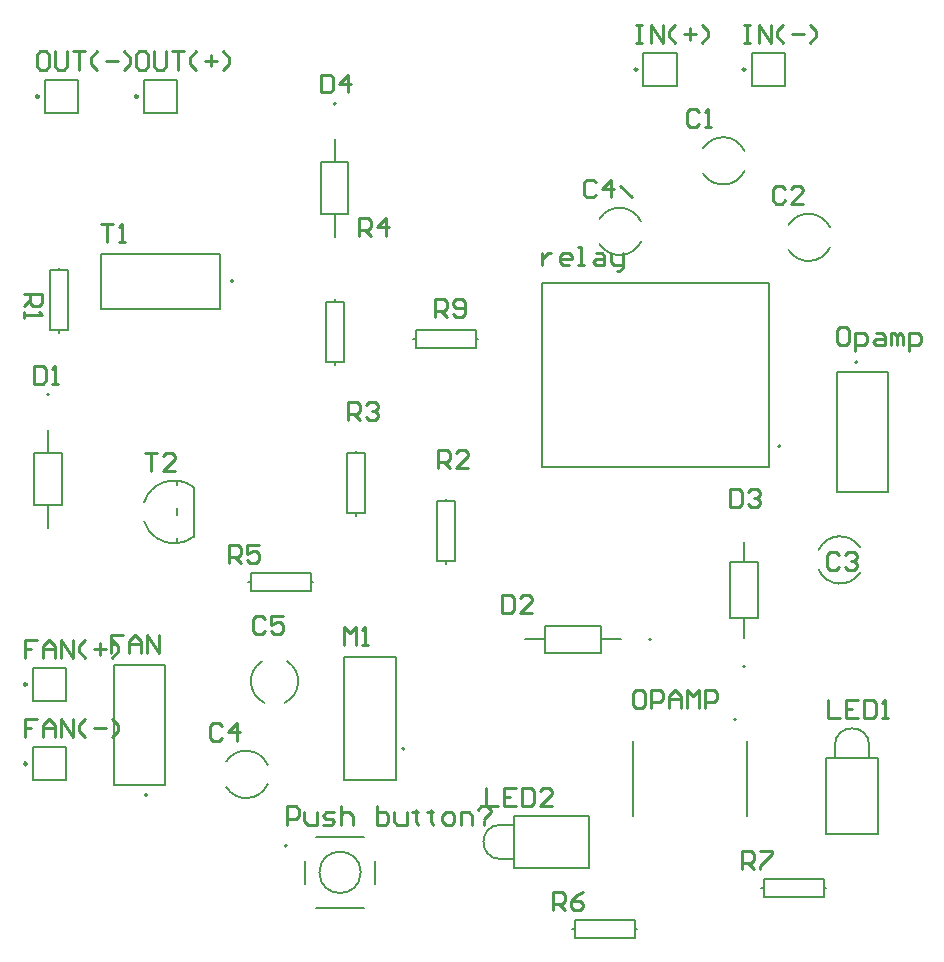
<source format=gto>
G04*
G04 #@! TF.GenerationSoftware,Altium Limited,Altium Designer,22.8.2 (66)*
G04*
G04 Layer_Color=65535*
%FSLAX42Y42*%
%MOMM*%
G71*
G04*
G04 #@! TF.SameCoordinates,BD579F3B-DF16-4DD5-93A6-3DDDDBFC9B40*
G04*
G04*
G04 #@! TF.FilePolarity,Positive*
G04*
G01*
G75*
%ADD10C,0.20*%
%ADD11C,0.25*%
%ADD12C,0.13*%
%ADD13C,0.25*%
D10*
X7598Y3892D02*
G03*
X7248Y3868I-169J-108D01*
G01*
Y3701D02*
G03*
X7598Y3677I182J83D01*
G01*
X6925Y4747D02*
G03*
X6925Y4747I-10J0D01*
G01*
X2291Y6147D02*
G03*
X2291Y6147I-10J0D01*
G01*
X6621Y7246D02*
G03*
X6270Y7270I-182J-83D01*
G01*
Y7055D02*
G03*
X6621Y7080I169J108D01*
G01*
X3160Y7647D02*
G03*
X3160Y7647I-10J0D01*
G01*
X734Y5183D02*
G03*
X734Y5183I-10J0D01*
G01*
X5829Y3111D02*
G03*
X5829Y3111I-10J0D01*
G01*
X7576Y5458D02*
G03*
X7576Y5458I-10J0D01*
G01*
X7345Y6598D02*
G03*
X6994Y6623I-182J-83D01*
G01*
Y6408D02*
G03*
X7345Y6432I169J108D01*
G01*
X6550Y2434D02*
G03*
X6550Y2434I-10J0D01*
G01*
X6627Y2881D02*
G03*
X6627Y2881I-10J0D01*
G01*
X5744Y6649D02*
G03*
X5394Y6673I-182J-83D01*
G01*
Y6458D02*
G03*
X5744Y6483I169J108D01*
G01*
X2725Y2574D02*
G03*
X2749Y2925I-83J182D01*
G01*
X2534D02*
G03*
X2558Y2574I108J-169D01*
G01*
X1563Y1794D02*
G03*
X1563Y1794I-10J0D01*
G01*
X3741Y2184D02*
G03*
X3741Y2184I-10J0D01*
G01*
X2748Y1364D02*
G03*
X2748Y1364I-10J0D01*
G01*
X2582Y2052D02*
G03*
X2232Y2076I-182J-83D01*
G01*
Y1861D02*
G03*
X2582Y1885I169J108D01*
G01*
X3150Y5438D02*
Y5461D01*
Y5969D02*
Y5992D01*
X3073Y5461D02*
X3150D01*
X3073D02*
Y5969D01*
X3226D01*
Y5461D02*
Y5969D01*
X3150Y5461D02*
X3226D01*
X4343Y5651D02*
X4366D01*
X3813D02*
X3835D01*
X4343Y5575D02*
Y5651D01*
X3835Y5575D02*
X4343D01*
X3835D02*
Y5728D01*
X4343D01*
Y5651D02*
Y5728D01*
X813Y5705D02*
Y5728D01*
Y6236D02*
Y6259D01*
X737Y5728D02*
X813D01*
X737D02*
Y6236D01*
X889D01*
Y5728D02*
Y6236D01*
X813Y5728D02*
X889D01*
X5765Y7797D02*
X6046D01*
X6046Y7797D02*
Y8078D01*
X5765D02*
X6046D01*
X5765Y7797D02*
Y8078D01*
X1536Y7569D02*
X1816D01*
X1816Y7569D02*
Y7849D01*
X1536D02*
X1816D01*
X1536Y7569D02*
Y7849D01*
X6680Y7797D02*
X6960D01*
X6960Y7797D02*
Y8078D01*
X6680D02*
X6960D01*
X6680Y7797D02*
Y8078D01*
X3251Y4686D02*
X3327D01*
X3251Y4178D02*
Y4686D01*
Y4178D02*
X3404D01*
Y4686D01*
X3327D02*
X3404D01*
X3327Y4155D02*
Y4178D01*
Y4686D02*
Y4709D01*
X2438Y3518D02*
Y3594D01*
Y3518D02*
X2946D01*
Y3670D01*
X2438D02*
X2946D01*
X2438Y3594D02*
Y3670D01*
X2946Y3594D02*
X2969D01*
X2416D02*
X2438D01*
X698Y7569D02*
X978D01*
X978Y7569D02*
Y7849D01*
X698D02*
X978D01*
X698Y7569D02*
Y7849D01*
X4089Y3772D02*
X4166D01*
Y4280D01*
X4013D02*
X4166D01*
X4013Y3772D02*
Y4280D01*
Y3772D02*
X4089D01*
Y4280D02*
Y4303D01*
Y3749D02*
Y3772D01*
X6782Y927D02*
Y1003D01*
Y927D02*
X7290D01*
Y1080D01*
X6782D02*
X7290D01*
X6782Y1003D02*
Y1080D01*
X7290Y1003D02*
X7313D01*
X6759D02*
X6782D01*
X5690Y660D02*
Y737D01*
X5182D02*
X5690D01*
X5182Y584D02*
Y737D01*
Y584D02*
X5690D01*
Y660D01*
X5159D02*
X5182D01*
X5690D02*
X5712D01*
X597Y2591D02*
X877D01*
X877Y2591D02*
Y2870D01*
X597D02*
X877D01*
X597Y2591D02*
Y2870D01*
Y1917D02*
X877D01*
X877Y1917D02*
Y2197D01*
X597D02*
X877D01*
X597Y1917D02*
Y2197D01*
D11*
X5713Y7938D02*
G03*
X5713Y7938I-12J0D01*
G01*
X1484Y7709D02*
G03*
X1484Y7709I-12J0D01*
G01*
X6627Y7938D02*
G03*
X6627Y7938I-12J0D01*
G01*
X646Y7709D02*
G03*
X646Y7709I-12J0D01*
G01*
X544Y2731D02*
G03*
X544Y2731I-12J0D01*
G01*
Y2057D02*
G03*
X544Y2057I-12J0D01*
G01*
D12*
X1814Y3925D02*
G03*
X1955Y3981I-23J266D01*
G01*
X1536Y4113D02*
G03*
X1814Y3925I255J78D01*
G01*
X1955Y4401D02*
G03*
X1536Y4269I-164J-210D01*
G01*
X7676Y2214D02*
G03*
X7386Y2214I-145J0D01*
G01*
X4555Y1542D02*
G03*
X4555Y1252I0J-145D01*
G01*
X3371Y1139D02*
G03*
X3371Y1139I-175J0D01*
G01*
X4905Y4567D02*
X6825D01*
X4905D02*
Y6127D01*
X6825D01*
Y4567D02*
Y6127D01*
X2181Y5907D02*
Y6377D01*
X1171D02*
X2181D01*
X1171Y5907D02*
Y6377D01*
Y5907D02*
X2181D01*
X1956Y3982D02*
Y4400D01*
X1816Y3926D02*
Y3966D01*
Y4162D02*
Y4220D01*
Y4416D02*
Y4456D01*
X3150Y7152D02*
Y7350D01*
Y6519D02*
Y6717D01*
Y7152D02*
X3265D01*
X3035D02*
X3150D01*
X3035Y6717D02*
Y7152D01*
Y6717D02*
X3150D01*
X3265D01*
Y7152D01*
X724Y4688D02*
Y4886D01*
Y4055D02*
Y4253D01*
Y4688D02*
X839D01*
X609D02*
X724D01*
X609Y4253D02*
Y4688D01*
Y4253D02*
X724D01*
X839D01*
Y4688D01*
X5404Y3111D02*
X5575D01*
X4762D02*
X4934D01*
X5404Y2994D02*
Y3111D01*
Y3229D01*
X4934D02*
X5404D01*
X4934Y3111D02*
Y3229D01*
Y2994D02*
Y3111D01*
Y2994D02*
X5404D01*
X7403Y5372D02*
X7838D01*
X7403Y4356D02*
Y5372D01*
Y4356D02*
X7838D01*
Y5372D01*
X7311Y1464D02*
X7751D01*
X7311D02*
Y2104D01*
X7751D01*
Y1464D02*
Y2104D01*
X7386D02*
Y2214D01*
X7676Y2104D02*
Y2214D01*
X6639Y1613D02*
Y2248D01*
X5680Y1613D02*
Y2248D01*
X6617Y3124D02*
Y3296D01*
Y3766D02*
Y3937D01*
X6499Y3296D02*
X6617D01*
X6734D01*
Y3766D01*
X6617D02*
X6734D01*
X6499D02*
X6617D01*
X6499Y3296D02*
Y3766D01*
X5305Y1177D02*
Y1617D01*
X4665Y1177D02*
X5305D01*
X4665D02*
Y1617D01*
X5305D01*
X4555Y1252D02*
X4665D01*
X4555Y1542D02*
X4665D01*
X1281Y1880D02*
X1716D01*
Y2896D01*
X1281D02*
X1716D01*
X1281Y1880D02*
Y2896D01*
X3227Y2959D02*
X3672D01*
Y1918D02*
Y2959D01*
X3227Y1918D02*
X3672D01*
X3227D02*
Y2959D01*
X2995Y1439D02*
X3395D01*
X3495Y1039D02*
Y1239D01*
X2995Y840D02*
X3395D01*
X2896Y1039D02*
Y1239D01*
D13*
X7417Y3823D02*
X7391Y3848D01*
X7341D01*
X7315Y3823D01*
Y3721D01*
X7341Y3696D01*
X7391D01*
X7417Y3721D01*
X7468Y3823D02*
X7493Y3848D01*
X7544D01*
X7569Y3823D01*
Y3797D01*
X7544Y3772D01*
X7518D01*
X7544D01*
X7569Y3747D01*
Y3721D01*
X7544Y3696D01*
X7493D01*
X7468Y3721D01*
X4902Y6383D02*
Y6281D01*
Y6332D01*
X4928Y6358D01*
X4953Y6383D01*
X4978D01*
X5131Y6281D02*
X5080D01*
X5055Y6307D01*
Y6358D01*
X5080Y6383D01*
X5131D01*
X5156Y6358D01*
Y6332D01*
X5055D01*
X5207Y6281D02*
X5258D01*
X5232D01*
Y6434D01*
X5207D01*
X5359Y6383D02*
X5410D01*
X5435Y6358D01*
Y6281D01*
X5359D01*
X5334Y6307D01*
X5359Y6332D01*
X5435D01*
X5486Y6383D02*
Y6307D01*
X5512Y6281D01*
X5588D01*
Y6256D01*
X5562Y6231D01*
X5537D01*
X5588Y6281D02*
Y6383D01*
X1542Y4691D02*
X1643D01*
X1593D01*
Y4539D01*
X1796D02*
X1694D01*
X1796Y4641D01*
Y4666D01*
X1770Y4691D01*
X1720D01*
X1694Y4666D01*
X1168Y6632D02*
X1270D01*
X1219D01*
Y6480D01*
X1321D02*
X1372D01*
X1346D01*
Y6632D01*
X1321Y6606D01*
X4001Y5842D02*
Y5994D01*
X4077D01*
X4102Y5969D01*
Y5918D01*
X4077Y5893D01*
X4001D01*
X4051D02*
X4102Y5842D01*
X4153Y5867D02*
X4178Y5842D01*
X4229D01*
X4254Y5867D01*
Y5969D01*
X4229Y5994D01*
X4178D01*
X4153Y5969D01*
Y5944D01*
X4178Y5918D01*
X4254D01*
X6599Y1166D02*
Y1318D01*
X6675D01*
X6700Y1293D01*
Y1242D01*
X6675Y1217D01*
X6599D01*
X6650D02*
X6700Y1166D01*
X6751Y1318D02*
X6853D01*
Y1293D01*
X6751Y1191D01*
Y1166D01*
X4999Y823D02*
Y975D01*
X5075D01*
X5100Y950D01*
Y899D01*
X5075Y874D01*
X4999D01*
X5050D02*
X5100Y823D01*
X5253Y975D02*
X5202Y950D01*
X5151Y899D01*
Y848D01*
X5176Y823D01*
X5227D01*
X5253Y848D01*
Y874D01*
X5227Y899D01*
X5151D01*
X2256Y3757D02*
Y3909D01*
X2332D01*
X2357Y3884D01*
Y3833D01*
X2332Y3807D01*
X2256D01*
X2306D02*
X2357Y3757D01*
X2509Y3909D02*
X2408D01*
Y3833D01*
X2459Y3858D01*
X2484D01*
X2509Y3833D01*
Y3782D01*
X2484Y3757D01*
X2433D01*
X2408Y3782D01*
X3353Y6528D02*
Y6680D01*
X3429D01*
X3454Y6655D01*
Y6604D01*
X3429Y6579D01*
X3353D01*
X3404D02*
X3454Y6528D01*
X3581D02*
Y6680D01*
X3505Y6604D01*
X3607D01*
X3266Y4971D02*
Y5123D01*
X3343D01*
X3368Y5098D01*
Y5047D01*
X3343Y5022D01*
X3266D01*
X3317D02*
X3368Y4971D01*
X3419Y5098D02*
X3444Y5123D01*
X3495D01*
X3520Y5098D01*
Y5072D01*
X3495Y5047D01*
X3470D01*
X3495D01*
X3520Y5022D01*
Y4996D01*
X3495Y4971D01*
X3444D01*
X3419Y4996D01*
X4028Y4564D02*
Y4717D01*
X4105D01*
X4130Y4691D01*
Y4641D01*
X4105Y4615D01*
X4028D01*
X4079D02*
X4130Y4564D01*
X4282D02*
X4181D01*
X4282Y4666D01*
Y4691D01*
X4257Y4717D01*
X4206D01*
X4181Y4691D01*
X521Y6032D02*
X673D01*
Y5956D01*
X648Y5931D01*
X597D01*
X572Y5956D01*
Y6032D01*
Y5982D02*
X521Y5931D01*
Y5880D02*
Y5829D01*
Y5855D01*
X673D01*
X648Y5880D01*
X2743Y1544D02*
Y1697D01*
X2819D01*
X2845Y1671D01*
Y1620D01*
X2819Y1595D01*
X2743D01*
X2895Y1646D02*
Y1570D01*
X2921Y1544D01*
X2997D01*
Y1646D01*
X3048Y1544D02*
X3124D01*
X3149Y1570D01*
X3124Y1595D01*
X3073D01*
X3048Y1620D01*
X3073Y1646D01*
X3149D01*
X3200Y1697D02*
Y1544D01*
Y1620D01*
X3225Y1646D01*
X3276D01*
X3302Y1620D01*
Y1544D01*
X3505Y1697D02*
Y1544D01*
X3581D01*
X3606Y1570D01*
Y1595D01*
Y1620D01*
X3581Y1646D01*
X3505D01*
X3657D02*
Y1570D01*
X3682Y1544D01*
X3759D01*
Y1646D01*
X3835Y1671D02*
Y1646D01*
X3809D01*
X3860D01*
X3835D01*
Y1570D01*
X3860Y1544D01*
X3962Y1671D02*
Y1646D01*
X3936D01*
X3987D01*
X3962D01*
Y1570D01*
X3987Y1544D01*
X4089D02*
X4140D01*
X4165Y1570D01*
Y1620D01*
X4140Y1646D01*
X4089D01*
X4063Y1620D01*
Y1570D01*
X4089Y1544D01*
X4216D02*
Y1646D01*
X4292D01*
X4317Y1620D01*
Y1544D01*
X4368Y1671D02*
X4393Y1697D01*
X4444D01*
X4470Y1671D01*
Y1646D01*
X4419Y1595D01*
Y1570D02*
Y1544D01*
X710Y8089D02*
X659D01*
X634Y8063D01*
Y7962D01*
X659Y7936D01*
X710D01*
X735Y7962D01*
Y8063D01*
X710Y8089D01*
X786D02*
Y7962D01*
X811Y7936D01*
X862D01*
X888Y7962D01*
Y8089D01*
X938D02*
X1040D01*
X989D01*
Y7936D01*
X1142D02*
X1091Y7987D01*
Y8038D01*
X1142Y8089D01*
X1218Y8012D02*
X1319D01*
X1370Y7936D02*
X1421Y7987D01*
Y8038D01*
X1370Y8089D01*
X1548D02*
X1497D01*
X1472Y8063D01*
Y7962D01*
X1497Y7936D01*
X1548D01*
X1573Y7962D01*
Y8063D01*
X1548Y8089D01*
X1624D02*
Y7962D01*
X1650Y7936D01*
X1700D01*
X1726Y7962D01*
Y8089D01*
X1777D02*
X1878D01*
X1827D01*
Y7936D01*
X1980D02*
X1929Y7987D01*
Y8038D01*
X1980Y8089D01*
X2056Y8012D02*
X2158D01*
X2107Y8063D02*
Y7962D01*
X2208Y7936D02*
X2259Y7987D01*
Y8038D01*
X2208Y8089D01*
X5753Y2682D02*
X5702D01*
X5677Y2657D01*
Y2555D01*
X5702Y2530D01*
X5753D01*
X5778Y2555D01*
Y2657D01*
X5753Y2682D01*
X5829Y2530D02*
Y2682D01*
X5905D01*
X5931Y2657D01*
Y2606D01*
X5905Y2581D01*
X5829D01*
X5982Y2530D02*
Y2631D01*
X6032Y2682D01*
X6083Y2631D01*
Y2530D01*
Y2606D01*
X5982D01*
X6134Y2530D02*
Y2682D01*
X6185Y2631D01*
X6236Y2682D01*
Y2530D01*
X6286D02*
Y2682D01*
X6362D01*
X6388Y2657D01*
Y2606D01*
X6362Y2581D01*
X6286D01*
X7477Y5758D02*
X7426D01*
X7401Y5733D01*
Y5631D01*
X7426Y5606D01*
X7477D01*
X7502Y5631D01*
Y5733D01*
X7477Y5758D01*
X7553Y5555D02*
Y5707D01*
X7629D01*
X7655Y5682D01*
Y5631D01*
X7629Y5606D01*
X7553D01*
X7731Y5707D02*
X7782D01*
X7807Y5682D01*
Y5606D01*
X7731D01*
X7706Y5631D01*
X7731Y5657D01*
X7807D01*
X7858Y5606D02*
Y5707D01*
X7883D01*
X7909Y5682D01*
Y5606D01*
Y5682D01*
X7934Y5707D01*
X7960Y5682D01*
Y5606D01*
X8010Y5555D02*
Y5707D01*
X8086D01*
X8112Y5682D01*
Y5631D01*
X8086Y5606D01*
X8010D01*
X3226Y3063D02*
Y3216D01*
X3277Y3165D01*
X3327Y3216D01*
Y3063D01*
X3378D02*
X3429D01*
X3404D01*
Y3216D01*
X3378Y3190D01*
X4430Y1852D02*
Y1699D01*
X4531D01*
X4684Y1852D02*
X4582D01*
Y1699D01*
X4684D01*
X4582Y1775D02*
X4633D01*
X4734Y1852D02*
Y1699D01*
X4811D01*
X4836Y1725D01*
Y1826D01*
X4811Y1852D01*
X4734D01*
X4988Y1699D02*
X4887D01*
X4988Y1801D01*
Y1826D01*
X4963Y1852D01*
X4912D01*
X4887Y1826D01*
X7329Y2595D02*
Y2442D01*
X7431D01*
X7583Y2595D02*
X7482D01*
Y2442D01*
X7583D01*
X7482Y2518D02*
X7532D01*
X7634Y2595D02*
Y2442D01*
X7710D01*
X7735Y2468D01*
Y2569D01*
X7710Y2595D01*
X7634D01*
X7786Y2442D02*
X7837D01*
X7812D01*
Y2595D01*
X7786Y2569D01*
X6615Y8317D02*
X6666D01*
X6641D01*
Y8165D01*
X6615D01*
X6666D01*
X6742D02*
Y8317D01*
X6844Y8165D01*
Y8317D01*
X6946Y8165D02*
X6895Y8216D01*
Y8266D01*
X6946Y8317D01*
X7022Y8241D02*
X7123D01*
X7174Y8165D02*
X7225Y8216D01*
Y8266D01*
X7174Y8317D01*
X5701D02*
X5752D01*
X5726D01*
Y8165D01*
X5701D01*
X5752D01*
X5828D02*
Y8317D01*
X5930Y8165D01*
Y8317D01*
X6031Y8165D02*
X5980Y8216D01*
Y8266D01*
X6031Y8317D01*
X6107Y8241D02*
X6209D01*
X6158Y8292D02*
Y8190D01*
X6260Y8165D02*
X6310Y8216D01*
Y8266D01*
X6260Y8317D01*
X1360Y3151D02*
X1259D01*
Y3075D01*
X1309D01*
X1259D01*
Y2998D01*
X1411D02*
Y3100D01*
X1462Y3151D01*
X1512Y3100D01*
Y2998D01*
Y3075D01*
X1411D01*
X1563Y2998D02*
Y3151D01*
X1665Y2998D01*
Y3151D01*
X634Y2437D02*
X532D01*
Y2361D01*
X583D01*
X532D01*
Y2285D01*
X684D02*
Y2386D01*
X735Y2437D01*
X786Y2386D01*
Y2285D01*
Y2361D01*
X684D01*
X837Y2285D02*
Y2437D01*
X938Y2285D01*
Y2437D01*
X1040Y2285D02*
X989Y2336D01*
Y2386D01*
X1040Y2437D01*
X1116Y2361D02*
X1218D01*
X1268Y2285D02*
X1319Y2336D01*
Y2386D01*
X1268Y2437D01*
X634Y3110D02*
X532D01*
Y3034D01*
X583D01*
X532D01*
Y2958D01*
X684D02*
Y3059D01*
X735Y3110D01*
X786Y3059D01*
Y2958D01*
Y3034D01*
X684D01*
X837Y2958D02*
Y3110D01*
X938Y2958D01*
Y3110D01*
X1040Y2958D02*
X989Y3009D01*
Y3059D01*
X1040Y3110D01*
X1116Y3034D02*
X1218D01*
X1167Y3085D02*
Y2983D01*
X1268Y2958D02*
X1319Y3009D01*
Y3059D01*
X1268Y3110D01*
X3033Y7894D02*
Y7742D01*
X3109D01*
X3134Y7767D01*
Y7869D01*
X3109Y7894D01*
X3033D01*
X3261Y7742D02*
Y7894D01*
X3185Y7818D01*
X3287D01*
X6496Y4385D02*
Y4233D01*
X6572D01*
X6598Y4258D01*
Y4360D01*
X6572Y4385D01*
X6496D01*
X6648Y4360D02*
X6674Y4385D01*
X6725D01*
X6750Y4360D01*
Y4334D01*
X6725Y4309D01*
X6699D01*
X6725D01*
X6750Y4284D01*
Y4258D01*
X6725Y4233D01*
X6674D01*
X6648Y4258D01*
X4569Y3485D02*
Y3332D01*
X4646D01*
X4671Y3358D01*
Y3459D01*
X4646Y3485D01*
X4569D01*
X4823Y3332D02*
X4722D01*
X4823Y3434D01*
Y3459D01*
X4798Y3485D01*
X4747D01*
X4722Y3459D01*
X607Y5430D02*
Y5278D01*
X683D01*
X709Y5304D01*
Y5405D01*
X683Y5430D01*
X607D01*
X759Y5278D02*
X810D01*
X785D01*
Y5430D01*
X759Y5405D01*
X2558Y3287D02*
X2532Y3312D01*
X2482D01*
X2456Y3287D01*
Y3185D01*
X2482Y3160D01*
X2532D01*
X2558Y3185D01*
X2710Y3312D02*
X2609D01*
Y3236D01*
X2659Y3261D01*
X2685D01*
X2710Y3236D01*
Y3185D01*
X2685Y3160D01*
X2634D01*
X2609Y3185D01*
X2198Y2381D02*
X2173Y2407D01*
X2122D01*
X2097Y2381D01*
Y2280D01*
X2122Y2254D01*
X2173D01*
X2198Y2280D01*
X2325Y2254D02*
Y2407D01*
X2249Y2330D01*
X2351D01*
X5362Y6980D02*
X5337Y7005D01*
X5286D01*
X5260Y6980D01*
Y6878D01*
X5286Y6853D01*
X5337D01*
X5362Y6878D01*
X5489Y6853D02*
Y7005D01*
X5413Y6929D01*
X5514D01*
X5667Y6853D02*
X5565Y6954D01*
X6962Y6929D02*
X6937Y6954D01*
X6886D01*
X6861Y6929D01*
Y6828D01*
X6886Y6802D01*
X6937D01*
X6962Y6828D01*
X7114Y6802D02*
X7013D01*
X7114Y6904D01*
Y6929D01*
X7089Y6954D01*
X7038D01*
X7013Y6929D01*
X6238Y7577D02*
X6213Y7602D01*
X6162D01*
X6137Y7577D01*
Y7475D01*
X6162Y7450D01*
X6213D01*
X6238Y7475D01*
X6289Y7450D02*
X6340D01*
X6314D01*
Y7602D01*
X6289Y7577D01*
M02*

</source>
